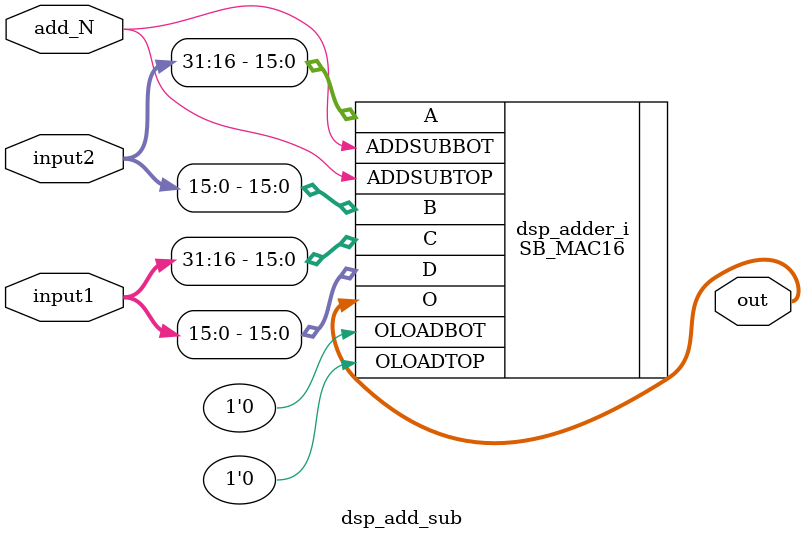
<source format=v>
/*
 *	Description:
 *
 *		This module implements an add or subtractor using the DSP blocks on the iCE 40 FPGA
 */



module dsp_add_sub(input1, input2, add_N, out);
	input [31:0]	input1;
	input [31:0]	input2;
    input           add_N;
	output [31:0]	out;

    SB_MAC16 dsp_adder_i(
        .C(input1[31:16]),
        .A(input2[31:16]),
        .B(input2[15:0]),
        .D(input1[15:0]),
        .O(out),
        .ADDSUBTOP(add_N),
        .OLOADTOP(1'b0),
        .ADDSUBBOT(add_N),
        .OLOADBOT(1'b0),
    );

    defparam dsp_adder_i.C_REG = 1'b0;
    defparam dsp_adder_i.A_REG = 1'b0;
    defparam dsp_adder_i.B_REG = 1'b0;
    defparam dsp_adder_i.D_REG = 1'b0;
    defparam dsp_adder_i.TOPOUTPUT_SELECT = 2'b00;
    defparam dsp_adder_i.TOPADDSUB_LOWERINPUT = 2'b00;
    defparam dsp_adder_i.TOPADDSUB_UPPERINPUT = 1'b1;
    defparam dsp_adder_i.TOPADDSUB_CARRYSELECT = 2'b10;
    defparam dsp_adder_i.BOTOUTPUT_SELECT = 2'b00;
    defparam dsp_adder_i.BOTADDSUB_LOWERINPUT = 2'b00;
    defparam dsp_adder_i.BOTADDSUB_UPPERINPUT = 1'b1;
    defparam dsp_adder_i.BOTADDSUB_CARRYSELECT = 2'b00;
    defparam dsp_adder_i.MODE_8x8 = 1'b1;
    defparam dsp_adder_i.PIPELINE_16x16_MULT_REG1 = 1'b1;
    defparam dsp_adder_i.PIPELINE_16x16_MULT_REG2 = 1'b1;
endmodule
</source>
